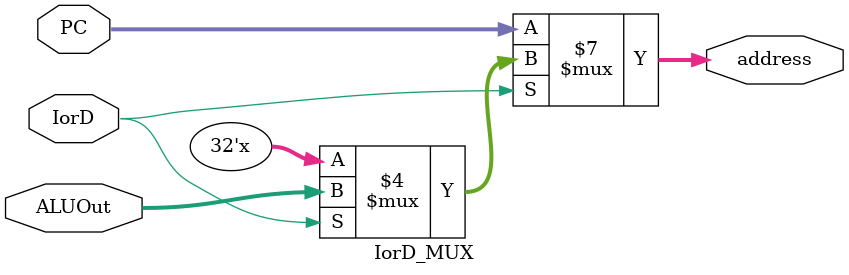
<source format=v>
`timescale 1ns / 1ps

module IorD_MUX(input wire [31:0] PC, input wire [31:0] ALUOut, input wire IorD, output reg [31:0] address);

always@(*)
begin
    if(IorD == 0)
        address <= PC;
    else if (IorD == 1)
        address <= ALUOut;
end
endmodule

</source>
